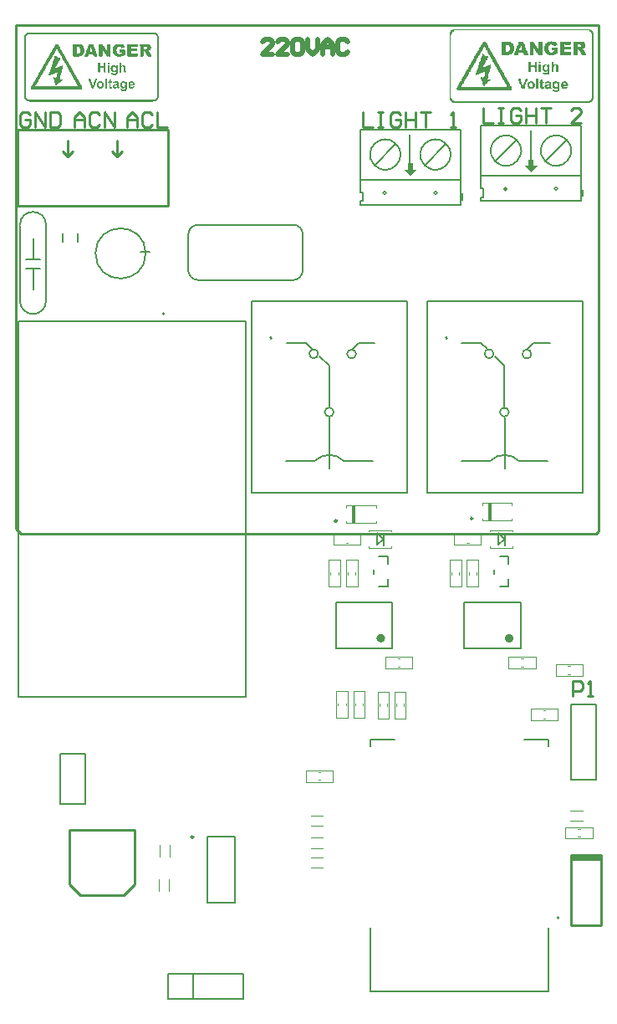
<source format=gto>
G04*
G04 #@! TF.GenerationSoftware,Altium Limited,Altium Designer,21.3.2 (30)*
G04*
G04 Layer_Color=65535*
%FSTAX24Y24*%
%MOIN*%
G70*
G04*
G04 #@! TF.SameCoordinates,FE128C83-0F67-4140-98D3-9062B7FE4468*
G04*
G04*
G04 #@! TF.FilePolarity,Positive*
G04*
G01*
G75*
%ADD10C,0.0079*%
%ADD11C,0.0070*%
%ADD12C,0.0100*%
%ADD13C,0.0098*%
%ADD14C,0.0039*%
%ADD15C,0.0040*%
%ADD16C,0.0050*%
%ADD17C,0.0197*%
%ADD18R,0.0180X0.0690*%
G36*
X00575Y038673D02*
X005762D01*
Y038661D01*
X005787D01*
Y038648D01*
X005813D01*
Y038636D01*
X005825D01*
Y038623D01*
X005838D01*
Y038611D01*
X00585D01*
Y038585D01*
X005863D01*
Y038573D01*
X005875D01*
Y038548D01*
X005888D01*
Y036083D01*
X005875D01*
Y036045D01*
X005863D01*
Y036032D01*
X00585D01*
Y036007D01*
X005838D01*
Y035995D01*
X005825D01*
Y035982D01*
X005813D01*
Y035969D01*
X005787D01*
Y035957D01*
X005775D01*
Y035944D01*
X005737D01*
Y035932D01*
X005674D01*
Y035919D01*
X000744D01*
Y035932D01*
X000681D01*
Y035944D01*
X000644D01*
Y035957D01*
X000631D01*
Y035969D01*
X000606D01*
Y035982D01*
X000593D01*
Y035995D01*
X000581D01*
Y036007D01*
X000568D01*
Y036032D01*
X000556D01*
Y036045D01*
X000543D01*
Y036083D01*
X00053D01*
Y036548D01*
Y036561D01*
Y038535D01*
X000543D01*
Y038573D01*
X000556D01*
Y038585D01*
X000568D01*
Y038611D01*
X000581D01*
Y038623D01*
X000593D01*
Y038636D01*
X000606D01*
Y038648D01*
X000631D01*
Y038661D01*
X000656D01*
Y038673D01*
X000669D01*
Y038686D01*
X00575D01*
Y038673D01*
D02*
G37*
G36*
X023088Y038801D02*
X023108D01*
Y038781D01*
X023149D01*
Y038761D01*
X023169D01*
Y038741D01*
X023189D01*
Y0387D01*
X023209D01*
Y03868D01*
X023229D01*
Y036009D01*
X023209D01*
Y035989D01*
X023189D01*
Y035949D01*
X023169D01*
Y035928D01*
X023149D01*
Y035908D01*
X023108D01*
Y035888D01*
X023088D01*
Y035868D01*
X017625D01*
Y035888D01*
X017605D01*
Y035908D01*
X017565D01*
Y035928D01*
X017544D01*
Y035949D01*
X017524D01*
Y035989D01*
X017504D01*
Y036009D01*
X017484D01*
Y03868D01*
X017504D01*
Y0387D01*
X017524D01*
Y038741D01*
X017544D01*
Y038761D01*
X017565D01*
Y038781D01*
X017605D01*
Y038801D01*
X017625D01*
Y038822D01*
X023088D01*
Y038801D01*
D02*
G37*
G36*
X020832Y033376D02*
X020982D01*
X020732Y033126D01*
X020482Y033376D01*
X020632D01*
Y033626D01*
X020832D01*
Y033376D01*
D02*
G37*
G36*
X016021Y033219D02*
X016171D01*
X015921Y032969D01*
X015671Y033219D01*
X015821D01*
Y033469D01*
X016021D01*
Y033219D01*
D02*
G37*
G36*
X019983Y014429D02*
X019744D01*
Y014664D01*
X019983D01*
Y014429D01*
D02*
G37*
G36*
X014864D02*
X014626D01*
Y014664D01*
X014864D01*
Y014429D01*
D02*
G37*
%LPC*%
G36*
X005725Y038623D02*
X000694D01*
Y038611D01*
X000681D01*
Y038598D01*
X000656D01*
Y038585D01*
X000644D01*
Y038573D01*
X000631D01*
Y038548D01*
X000618D01*
Y038535D01*
X000606D01*
Y038497D01*
X000593D01*
Y036108D01*
X000606D01*
Y036083D01*
X000618D01*
Y03607D01*
X000631D01*
Y036045D01*
X000644D01*
Y036032D01*
X000656D01*
Y03602D01*
X000681D01*
Y036007D01*
X000706D01*
Y035995D01*
X005712D01*
Y036007D01*
X005737D01*
Y03602D01*
X005762D01*
Y036032D01*
X005775D01*
Y036045D01*
X005787D01*
Y03607D01*
X0058D01*
Y036083D01*
X005813D01*
Y03612D01*
X005825D01*
Y038485D01*
X005813D01*
Y038535D01*
X0058D01*
Y038548D01*
X005787D01*
Y038573D01*
X005775D01*
Y038585D01*
X005762D01*
Y038598D01*
X005737D01*
Y038611D01*
X005725D01*
Y038623D01*
D02*
G37*
%LPD*%
G36*
X004417Y038208D02*
X004454D01*
Y038196D01*
X004479D01*
Y038183D01*
X004492D01*
Y03817D01*
X004505D01*
Y038158D01*
X004517D01*
Y038133D01*
X00453D01*
Y03812D01*
X004542D01*
Y038082D01*
X004492D01*
Y03807D01*
X004442D01*
Y038057D01*
X004404D01*
Y03807D01*
X004391D01*
Y038082D01*
X004379D01*
Y038095D01*
X004366D01*
Y038108D01*
X004266D01*
Y038095D01*
X004253D01*
Y038082D01*
X004228D01*
Y038057D01*
X004215D01*
Y038007D01*
X004203D01*
Y037931D01*
X004215D01*
Y037894D01*
X004228D01*
Y037869D01*
X00424D01*
Y037856D01*
X004253D01*
Y037843D01*
X004266D01*
Y037831D01*
X004291D01*
Y037818D01*
X004354D01*
Y037831D01*
X004366D01*
Y037843D01*
X004404D01*
Y037856D01*
X004417D01*
Y037869D01*
X004429D01*
Y037894D01*
X004341D01*
Y037906D01*
X004316D01*
Y037982D01*
X004329D01*
Y037994D01*
X004341D01*
Y038007D01*
X004542D01*
Y037994D01*
X004555D01*
Y037793D01*
X004542D01*
Y037781D01*
X004517D01*
Y037768D01*
X004505D01*
Y037755D01*
X004479D01*
Y037743D01*
X004442D01*
Y03773D01*
X004404D01*
Y037718D01*
X004228D01*
Y03773D01*
X004203D01*
Y037743D01*
X004165D01*
Y037755D01*
X004152D01*
Y037768D01*
X00414D01*
Y037781D01*
X004127D01*
Y037793D01*
X004115D01*
Y037806D01*
X004102D01*
Y037818D01*
X00409D01*
Y037843D01*
X004077D01*
Y037869D01*
X004064D01*
Y037931D01*
Y037944D01*
Y037957D01*
X004052D01*
Y037969D01*
X004064D01*
Y038082D01*
X004077D01*
Y038095D01*
X00409D01*
Y03812D01*
X004102D01*
Y038145D01*
X004115D01*
Y038158D01*
X004127D01*
Y03817D01*
X004152D01*
Y038183D01*
X004165D01*
Y038196D01*
X00419D01*
Y038208D01*
X00424D01*
Y038221D01*
X004417D01*
Y038208D01*
D02*
G37*
G36*
X003976Y03773D02*
X003964D01*
Y037718D01*
X003888D01*
Y03773D01*
X003876D01*
Y037718D01*
X003838D01*
Y03773D01*
X003825D01*
Y037743D01*
X003813D01*
Y037755D01*
X0038D01*
Y037781D01*
X003788D01*
Y037806D01*
X003775D01*
Y037818D01*
X003763D01*
Y037843D01*
X00375D01*
Y037856D01*
X003737D01*
Y037881D01*
X003725D01*
Y037894D01*
X003712D01*
Y037906D01*
X0037D01*
Y037931D01*
X003687D01*
Y037944D01*
X003675D01*
Y037969D01*
X003649D01*
Y03773D01*
X003637D01*
Y037718D01*
X003599D01*
Y03773D01*
X003587D01*
Y037718D01*
X003524D01*
Y03773D01*
X003511D01*
Y037755D01*
X003498D01*
Y037768D01*
X003511D01*
Y037781D01*
X003498D01*
Y037869D01*
X003511D01*
Y037881D01*
X003498D01*
Y037906D01*
X003511D01*
Y037919D01*
X003498D01*
Y037944D01*
X003511D01*
Y038108D01*
X003498D01*
Y038133D01*
X003511D01*
Y038158D01*
X003498D01*
Y038196D01*
X003511D01*
Y038208D01*
X003649D01*
Y038196D01*
X003662D01*
Y038183D01*
X003675D01*
Y038158D01*
X003687D01*
Y038145D01*
X0037D01*
Y038133D01*
X003712D01*
Y038108D01*
X003725D01*
Y038095D01*
X003737D01*
Y03807D01*
X00375D01*
Y038057D01*
X003763D01*
Y038045D01*
X003775D01*
Y038019D01*
X003788D01*
Y037994D01*
X0038D01*
Y037969D01*
X003825D01*
Y038196D01*
X003838D01*
Y038208D01*
X003976D01*
Y03773D01*
D02*
G37*
G36*
X005511Y038196D02*
X005523D01*
Y038183D01*
X005536D01*
Y03817D01*
X005548D01*
Y038158D01*
X005561D01*
Y038145D01*
X005574D01*
Y03812D01*
X005586D01*
Y038032D01*
X005574D01*
Y038007D01*
X005561D01*
Y037994D01*
X005548D01*
Y037982D01*
X005536D01*
Y037969D01*
X005511D01*
Y037957D01*
X005486D01*
Y037931D01*
X005498D01*
Y037919D01*
X005511D01*
Y037906D01*
X005523D01*
Y037894D01*
X005536D01*
Y037881D01*
X005548D01*
Y037843D01*
X005561D01*
Y037831D01*
X005574D01*
Y037806D01*
X005586D01*
Y037781D01*
X005599D01*
Y037768D01*
X005611D01*
Y03773D01*
X005599D01*
Y037718D01*
X005561D01*
Y03773D01*
X005548D01*
Y037718D01*
X00546D01*
Y03773D01*
X005448D01*
Y037743D01*
X005435D01*
Y037755D01*
X005423D01*
Y037793D01*
X00541D01*
Y037806D01*
X005398D01*
Y037843D01*
X005385D01*
Y037856D01*
X005372D01*
Y037881D01*
X00536D01*
Y037906D01*
X005335D01*
Y037919D01*
X005322D01*
Y037931D01*
X005309D01*
Y037919D01*
X005297D01*
Y037906D01*
X005284D01*
Y037881D01*
X005297D01*
Y037743D01*
X005284D01*
Y03773D01*
X005272D01*
Y037718D01*
X005159D01*
Y03773D01*
X005146D01*
Y037982D01*
Y037994D01*
Y038158D01*
X005133D01*
Y038196D01*
X005146D01*
Y038208D01*
X005511D01*
Y038196D01*
D02*
G37*
G36*
X005045Y03812D02*
X005033D01*
Y038108D01*
X004794D01*
Y038045D01*
X004806D01*
Y038032D01*
X005033D01*
Y037931D01*
X004806D01*
Y037919D01*
X004794D01*
Y037843D01*
X005045D01*
Y037831D01*
X005058D01*
Y03773D01*
X005033D01*
Y037718D01*
X004656D01*
Y03773D01*
X004643D01*
Y038208D01*
X005045D01*
Y03812D01*
D02*
G37*
G36*
X003285Y038158D02*
X003297D01*
Y038133D01*
X00331D01*
Y038108D01*
X003322D01*
Y038057D01*
X003335D01*
Y038045D01*
X003348D01*
Y037994D01*
X00336D01*
Y037969D01*
X003373D01*
Y037931D01*
X003385D01*
Y037894D01*
X003398D01*
Y037869D01*
X00341D01*
Y037831D01*
X003423D01*
Y037806D01*
X003436D01*
Y037755D01*
X003448D01*
Y03773D01*
X003436D01*
Y037718D01*
X003322D01*
Y03773D01*
X003297D01*
Y037743D01*
X003285D01*
Y037793D01*
X003272D01*
Y037806D01*
X003109D01*
Y037793D01*
X003096D01*
Y037768D01*
X003083D01*
Y03773D01*
X003071D01*
Y037718D01*
X002933D01*
Y037768D01*
X002945D01*
Y037806D01*
X002958D01*
Y037831D01*
X00297D01*
Y037856D01*
X002983D01*
Y037906D01*
X002995D01*
Y037919D01*
X003008D01*
Y037982D01*
X003021D01*
Y038007D01*
X003033D01*
Y038032D01*
X003046D01*
Y03807D01*
X003058D01*
Y038095D01*
X003071D01*
Y038145D01*
X003083D01*
Y038158D01*
X003096D01*
Y038196D01*
X003109D01*
Y038208D01*
X003285D01*
Y038158D01*
D02*
G37*
G36*
X002794Y038196D02*
X002819D01*
Y038183D01*
X002832D01*
Y03817D01*
X002857D01*
Y038158D01*
X00287D01*
Y038133D01*
X002882D01*
Y03812D01*
X002895D01*
Y038082D01*
X002907D01*
Y038057D01*
X00292D01*
Y037881D01*
X002907D01*
Y037869D01*
Y037843D01*
X002895D01*
Y037818D01*
X002882D01*
Y037806D01*
X00287D01*
Y037793D01*
X002857D01*
Y037781D01*
X002844D01*
Y037768D01*
X002832D01*
Y037755D01*
X002819D01*
Y037743D01*
X002769D01*
Y03773D01*
X002719D01*
Y037718D01*
X00248D01*
Y03773D01*
X002467D01*
Y038208D01*
X002794D01*
Y038196D01*
D02*
G37*
G36*
X003913Y037466D02*
X003926D01*
Y037428D01*
X003913D01*
Y037416D01*
X003901D01*
Y037403D01*
X003876D01*
Y037416D01*
X003863D01*
Y037428D01*
X003851D01*
Y037466D01*
X003863D01*
Y037479D01*
X003913D01*
Y037466D01*
D02*
G37*
G36*
X003763D02*
X003775D01*
Y037114D01*
X003763D01*
Y037089D01*
X003712D01*
Y037101D01*
X0037D01*
Y037252D01*
X003687D01*
Y037265D01*
X003561D01*
Y037252D01*
X003549D01*
Y037101D01*
X003536D01*
Y037089D01*
X003486D01*
Y037101D01*
X003473D01*
Y037365D01*
Y037378D01*
Y037479D01*
X003536D01*
Y037466D01*
X003549D01*
Y03734D01*
X003561D01*
Y037328D01*
X0037D01*
Y037466D01*
X003712D01*
Y037479D01*
X003763D01*
Y037466D01*
D02*
G37*
G36*
X004391Y037365D02*
X004404D01*
Y037353D01*
X004417D01*
Y037365D01*
X004454D01*
Y037378D01*
X004505D01*
Y037365D01*
X004542D01*
Y037353D01*
X004555D01*
Y037328D01*
X004567D01*
Y037152D01*
X00458D01*
Y037127D01*
X004567D01*
Y037101D01*
X004555D01*
Y037089D01*
X004517D01*
Y037101D01*
X004505D01*
Y037127D01*
X004492D01*
Y037152D01*
X004505D01*
Y037265D01*
X004492D01*
Y037303D01*
X004479D01*
Y037315D01*
X004467D01*
Y037328D01*
X004442D01*
Y037315D01*
X004417D01*
Y037303D01*
X004404D01*
Y037252D01*
X004391D01*
Y037101D01*
X004379D01*
Y037089D01*
X004341D01*
Y037101D01*
X004329D01*
Y037441D01*
X004316D01*
Y037454D01*
X004329D01*
Y037479D01*
X004391D01*
Y037365D01*
D02*
G37*
G36*
X003913Y037353D02*
X003926D01*
Y037114D01*
X003913D01*
Y037089D01*
X003863D01*
Y037114D01*
X003851D01*
Y03724D01*
Y037252D01*
Y037353D01*
X003863D01*
Y037365D01*
X003913D01*
Y037353D01*
D02*
G37*
G36*
X004127Y037365D02*
X004152D01*
Y037353D01*
X00419D01*
Y037365D01*
X004253D01*
Y037164D01*
Y037152D01*
Y037051D01*
X00424D01*
Y037038D01*
X004228D01*
Y037013D01*
X004215D01*
Y037001D01*
X00419D01*
Y036988D01*
X004052D01*
Y037001D01*
X004027D01*
Y037013D01*
X004014D01*
Y037026D01*
X004002D01*
Y037076D01*
X004052D01*
Y037064D01*
X004064D01*
Y037051D01*
X00409D01*
Y037038D01*
X004152D01*
Y037051D01*
X004165D01*
Y037064D01*
X004178D01*
Y037076D01*
X00419D01*
Y037101D01*
X004178D01*
Y037127D01*
X004165D01*
Y037114D01*
X00414D01*
Y037101D01*
X004102D01*
Y037089D01*
X00409D01*
Y037101D01*
X004052D01*
Y037114D01*
X004027D01*
Y037127D01*
X004014D01*
Y037139D01*
X004002D01*
Y037177D01*
X003989D01*
Y037202D01*
X003976D01*
Y037265D01*
X003989D01*
Y037303D01*
X004002D01*
Y037328D01*
X004014D01*
Y03734D01*
X004027D01*
Y037353D01*
X004039D01*
Y037365D01*
X004077D01*
Y037378D01*
X004127D01*
Y037365D01*
D02*
G37*
G36*
X004605Y036724D02*
X004618D01*
Y036712D01*
X00463D01*
Y036435D01*
X004618D01*
Y036397D01*
X004605D01*
Y036385D01*
X004593D01*
Y036372D01*
X00458D01*
Y036359D01*
X004542D01*
Y036347D01*
X004454D01*
Y036359D01*
X004404D01*
Y036372D01*
X004391D01*
Y036385D01*
X004379D01*
Y036397D01*
X004366D01*
Y036435D01*
X004379D01*
Y036447D01*
X004404D01*
Y036435D01*
X004442D01*
Y036422D01*
X004467D01*
Y03641D01*
X004479D01*
Y036397D01*
X004505D01*
Y03641D01*
X004542D01*
Y036435D01*
X004555D01*
Y036485D01*
X004517D01*
Y036473D01*
X004505D01*
Y03646D01*
X004442D01*
Y036473D01*
X004417D01*
Y036485D01*
X004404D01*
Y036498D01*
X004391D01*
Y03651D01*
X004379D01*
Y036523D01*
X004366D01*
Y036674D01*
X004379D01*
Y036699D01*
X004391D01*
Y036712D01*
X004404D01*
Y036724D01*
X004429D01*
Y036737D01*
X004517D01*
Y036724D01*
X00458D01*
Y036737D01*
X004605D01*
Y036724D01*
D02*
G37*
G36*
X003423Y036837D02*
X003436D01*
Y036812D01*
X003423D01*
Y0368D01*
Y036787D01*
X00341D01*
Y036737D01*
X003398D01*
Y036712D01*
X003385D01*
Y036686D01*
X003373D01*
Y036636D01*
X00336D01*
Y036611D01*
X003348D01*
Y036561D01*
X003335D01*
Y036548D01*
X003322D01*
Y036498D01*
X00331D01*
Y036473D01*
X003297D01*
Y03646D01*
X003222D01*
Y036485D01*
X003209D01*
Y036498D01*
X003197D01*
Y036535D01*
X003184D01*
Y036573D01*
X003171D01*
Y036598D01*
X003159D01*
Y036649D01*
X003146D01*
Y036674D01*
X003134D01*
Y036724D01*
X003121D01*
Y036749D01*
X003109D01*
Y036787D01*
X003096D01*
Y036837D01*
X003121D01*
Y03685D01*
X003146D01*
Y036837D01*
X003171D01*
Y0368D01*
X003184D01*
Y036787D01*
X003197D01*
Y036724D01*
X003209D01*
Y036699D01*
X003222D01*
Y036661D01*
X003234D01*
Y036623D01*
X003247D01*
Y036598D01*
X00326D01*
Y036586D01*
X003285D01*
Y036649D01*
X003297D01*
Y036674D01*
X00331D01*
Y036724D01*
X003322D01*
Y036762D01*
X003335D01*
Y036787D01*
X003348D01*
Y036837D01*
X003398D01*
Y03685D01*
X003423D01*
Y036837D01*
D02*
G37*
G36*
X004253Y036724D02*
X004278D01*
Y036712D01*
X004291D01*
Y036699D01*
X004303D01*
Y036523D01*
X004316D01*
Y036473D01*
X004303D01*
Y03646D01*
X004253D01*
Y036473D01*
X004203D01*
Y03646D01*
X00419D01*
Y036447D01*
X004127D01*
Y03646D01*
X004102D01*
Y036473D01*
X00409D01*
Y036485D01*
X004077D01*
Y036498D01*
X004064D01*
Y036573D01*
X004077D01*
Y036586D01*
X00409D01*
Y036598D01*
X004102D01*
Y036611D01*
X004152D01*
Y036623D01*
X00419D01*
Y036636D01*
X004228D01*
Y036674D01*
X004215D01*
Y036686D01*
X004165D01*
Y036674D01*
X00414D01*
Y036661D01*
X004077D01*
Y036699D01*
X00409D01*
Y036712D01*
X004102D01*
Y036724D01*
X004127D01*
Y036737D01*
X004253D01*
Y036724D01*
D02*
G37*
G36*
X003813Y036837D02*
X003825D01*
Y03646D01*
X003763D01*
Y036837D01*
X003788D01*
Y03685D01*
X003813D01*
Y036837D01*
D02*
G37*
G36*
X004857Y036724D02*
X004882D01*
Y036712D01*
X004894D01*
Y036699D01*
X004907D01*
Y036686D01*
X00492D01*
Y036649D01*
X004932D01*
Y036586D01*
X00492D01*
Y036573D01*
X004769D01*
Y036561D01*
X004756D01*
Y036535D01*
X004769D01*
Y036523D01*
X004781D01*
Y03651D01*
X004832D01*
Y036523D01*
X004857D01*
Y036535D01*
X004869D01*
Y036548D01*
X004907D01*
Y036535D01*
X00492D01*
Y036498D01*
X004907D01*
Y036485D01*
X004882D01*
Y036473D01*
X004869D01*
Y03646D01*
X004844D01*
Y036447D01*
X004781D01*
Y03646D01*
X004744D01*
Y036473D01*
X004731D01*
Y036485D01*
X004706D01*
Y03651D01*
X004693D01*
Y036548D01*
X004681D01*
Y036649D01*
X004693D01*
Y036661D01*
Y036674D01*
Y036686D01*
X004706D01*
Y036699D01*
X004718D01*
Y036712D01*
X004731D01*
Y036724D01*
X004756D01*
Y036737D01*
X004857D01*
Y036724D01*
D02*
G37*
G36*
X003976Y0368D02*
X003989D01*
Y036787D01*
X003976D01*
Y036749D01*
X003989D01*
Y036737D01*
X004014D01*
Y036724D01*
X004039D01*
Y036699D01*
X004027D01*
Y036686D01*
X004014D01*
Y036674D01*
X003989D01*
Y036661D01*
X003976D01*
Y036523D01*
X003989D01*
Y03651D01*
X004039D01*
Y036473D01*
X004027D01*
Y03646D01*
X004014D01*
Y036447D01*
X003951D01*
Y03646D01*
X003939D01*
Y036473D01*
X003926D01*
Y036485D01*
X003913D01*
Y036661D01*
X003901D01*
Y036674D01*
X003888D01*
Y036686D01*
X003876D01*
Y036724D01*
X003888D01*
Y036737D01*
X003913D01*
Y036787D01*
X003926D01*
Y0368D01*
X003939D01*
Y036812D01*
X003951D01*
Y036825D01*
X003976D01*
Y0368D01*
D02*
G37*
G36*
X003612Y036724D02*
X003649D01*
Y036699D01*
X003675D01*
Y036674D01*
X003687D01*
Y036649D01*
X0037D01*
Y036548D01*
X003687D01*
Y036523D01*
X003675D01*
Y036498D01*
X003662D01*
Y036485D01*
X003637D01*
Y036473D01*
X003624D01*
Y03646D01*
X003599D01*
Y036447D01*
X003524D01*
Y03646D01*
X003498D01*
Y036473D01*
X003473D01*
Y036485D01*
X003461D01*
Y036498D01*
X003448D01*
Y03651D01*
X003436D01*
Y036548D01*
X003423D01*
Y036661D01*
X003436D01*
Y036686D01*
X003448D01*
Y036699D01*
X003461D01*
Y036712D01*
X003473D01*
Y036724D01*
X003511D01*
Y036737D01*
X003612D01*
Y036724D01*
D02*
G37*
G36*
X001851Y038208D02*
X001876D01*
Y038196D01*
X001889D01*
Y03817D01*
X001901D01*
Y038145D01*
X001914D01*
Y038133D01*
X001926D01*
Y038108D01*
X001939D01*
Y038095D01*
X001952D01*
Y03807D01*
X001964D01*
Y038045D01*
X001977D01*
Y038019D01*
X001989D01*
Y037994D01*
X002002D01*
Y037982D01*
X002014D01*
Y037957D01*
X002027D01*
Y037931D01*
X00204D01*
Y037919D01*
X002052D01*
Y037881D01*
X002065D01*
Y037869D01*
X002077D01*
Y037843D01*
X00209D01*
Y037818D01*
X002102D01*
Y037806D01*
X002115D01*
Y037781D01*
X002128D01*
Y037755D01*
X00214D01*
Y03773D01*
X002153D01*
Y037718D01*
X002165D01*
Y03768D01*
X002178D01*
Y037667D01*
X002191D01*
Y037655D01*
X002203D01*
Y037617D01*
X002216D01*
Y037604D01*
X002228D01*
Y037579D01*
X002241D01*
Y037554D01*
X002253D01*
Y037529D01*
X002266D01*
Y037504D01*
X002279D01*
Y037491D01*
X002291D01*
Y037466D01*
X002304D01*
Y037454D01*
X002316D01*
Y037428D01*
X002329D01*
Y037403D01*
X002341D01*
Y037378D01*
X002354D01*
Y037353D01*
X002367D01*
Y03734D01*
X002379D01*
Y037303D01*
X002392D01*
Y03729D01*
X002404D01*
Y037265D01*
X002417D01*
Y03724D01*
X002429D01*
Y037227D01*
X002442D01*
Y037202D01*
X002455D01*
Y037189D01*
X002467D01*
Y037152D01*
X00248D01*
Y037139D01*
X002492D01*
Y037114D01*
X002505D01*
Y037089D01*
X002517D01*
Y037076D01*
X00253D01*
Y037038D01*
X002543D01*
Y037026D01*
X002555D01*
Y037001D01*
X002568D01*
Y036976D01*
X00258D01*
Y036963D01*
X002593D01*
Y036938D01*
X002606D01*
Y036913D01*
X002618D01*
Y036888D01*
X002631D01*
Y036875D01*
X002643D01*
Y03685D01*
X002656D01*
Y036825D01*
X002668D01*
Y036812D01*
X002681D01*
Y036774D01*
X002694D01*
Y036762D01*
X002706D01*
Y036737D01*
X002719D01*
Y036712D01*
X002731D01*
Y036699D01*
X002744D01*
Y036674D01*
X002756D01*
Y036649D01*
X002769D01*
Y036623D01*
X002782D01*
Y036611D01*
X002794D01*
Y036586D01*
X002807D01*
Y036561D01*
X002819D01*
Y036548D01*
X002832D01*
Y03651D01*
X002844D01*
Y036447D01*
X002832D01*
Y036422D01*
X002807D01*
Y03641D01*
X000883D01*
Y036397D01*
X000857D01*
Y03641D01*
X000832D01*
Y036422D01*
X000807D01*
Y03646D01*
X000795D01*
Y036498D01*
X000807D01*
Y036535D01*
X00082D01*
Y036548D01*
X000832D01*
Y036573D01*
X000845D01*
Y036598D01*
X000857D01*
Y036611D01*
X00087D01*
Y036636D01*
X000883D01*
Y036661D01*
X000895D01*
Y036686D01*
X000908D01*
Y036699D01*
X00092D01*
Y036724D01*
X000933D01*
Y036749D01*
X000945D01*
Y036762D01*
X000958D01*
Y0368D01*
X000971D01*
Y036812D01*
X000983D01*
Y036837D01*
X000996D01*
Y036862D01*
X001008D01*
Y036875D01*
X001021D01*
Y036913D01*
X001033D01*
Y036925D01*
X001046D01*
Y03695D01*
X001059D01*
Y036963D01*
X001071D01*
Y036988D01*
X001084D01*
Y037013D01*
X001096D01*
Y037026D01*
X001109D01*
Y037064D01*
X001121D01*
Y037076D01*
X001134D01*
Y037101D01*
X001147D01*
Y037127D01*
X001159D01*
Y037139D01*
X001172D01*
Y037177D01*
X001184D01*
Y037189D01*
X001197D01*
Y037215D01*
X00121D01*
Y037227D01*
X001222D01*
Y037252D01*
X001235D01*
Y037277D01*
X001247D01*
Y03729D01*
X00126D01*
Y037328D01*
X001272D01*
Y03734D01*
X001285D01*
Y037365D01*
X001298D01*
Y037391D01*
X00131D01*
Y037403D01*
X001323D01*
Y037428D01*
X001335D01*
Y037441D01*
X001348D01*
Y037479D01*
X00136D01*
Y037491D01*
X001373D01*
Y037516D01*
X001386D01*
Y037542D01*
X001398D01*
Y037554D01*
X001411D01*
Y037592D01*
X001423D01*
Y037604D01*
X001436D01*
Y03763D01*
X001448D01*
Y037655D01*
X001461D01*
Y037667D01*
X001474D01*
Y037692D01*
X001486D01*
Y037705D01*
X001499D01*
Y037743D01*
X001511D01*
Y037755D01*
X001524D01*
Y037781D01*
X001537D01*
Y037806D01*
X001549D01*
Y037818D01*
X001562D01*
Y037843D01*
X001574D01*
Y037869D01*
X001587D01*
Y037894D01*
X001599D01*
Y037906D01*
X001612D01*
Y037931D01*
X001625D01*
Y037957D01*
X001637D01*
Y037969D01*
X00165D01*
Y038007D01*
X001662D01*
Y038019D01*
X001675D01*
Y038045D01*
X001687D01*
Y03807D01*
X0017D01*
Y038082D01*
X001713D01*
Y038108D01*
X001725D01*
Y038133D01*
X001738D01*
Y038158D01*
X00175D01*
Y03817D01*
X001763D01*
Y038183D01*
X001775D01*
Y038208D01*
X001813D01*
Y038221D01*
X001851D01*
Y038208D01*
D02*
G37*
%LPC*%
G36*
X005347Y03812D02*
X005322D01*
Y038108D01*
X005297D01*
Y038095D01*
X005284D01*
Y038082D01*
X005297D01*
Y038057D01*
X005284D01*
Y038032D01*
X005297D01*
Y038019D01*
X005398D01*
Y038032D01*
X005423D01*
Y038108D01*
X005347D01*
Y03812D01*
D02*
G37*
G36*
X003184Y03807D02*
X003171D01*
Y038007D01*
X003159D01*
Y037969D01*
X003146D01*
Y037906D01*
X003222D01*
Y037919D01*
X003234D01*
Y037944D01*
X003222D01*
Y038007D01*
X003209D01*
Y038045D01*
X003197D01*
Y038057D01*
X003184D01*
Y03807D01*
D02*
G37*
G36*
X002694Y038108D02*
X002631D01*
Y038082D01*
X002618D01*
Y037869D01*
Y037856D01*
X002631D01*
Y037843D01*
X002731D01*
Y037856D01*
X002744D01*
Y037881D01*
X002756D01*
Y037894D01*
X002769D01*
Y038045D01*
X002756D01*
Y038057D01*
X002744D01*
Y038082D01*
X002719D01*
Y038095D01*
X002694D01*
Y038108D01*
D02*
G37*
G36*
X004127Y037328D02*
X004115D01*
Y037315D01*
X00409D01*
Y037303D01*
X004077D01*
Y03729D01*
X004064D01*
Y037252D01*
X004052D01*
Y037227D01*
X004064D01*
Y037189D01*
X004077D01*
Y037164D01*
X004102D01*
Y037152D01*
X00414D01*
Y037164D01*
X004152D01*
Y037177D01*
X004165D01*
Y037189D01*
X004178D01*
Y037277D01*
X004165D01*
Y03729D01*
Y037303D01*
X004152D01*
Y037315D01*
X004127D01*
Y037328D01*
D02*
G37*
G36*
X004517Y036686D02*
X004467D01*
Y036661D01*
X004442D01*
Y036636D01*
X004429D01*
Y036623D01*
Y036573D01*
X004442D01*
Y036548D01*
X004454D01*
Y036535D01*
X004467D01*
Y036523D01*
X004517D01*
Y036535D01*
X004542D01*
Y036561D01*
X004555D01*
Y036649D01*
X004542D01*
Y036661D01*
X00453D01*
Y036674D01*
X004517D01*
Y036686D01*
D02*
G37*
G36*
X004228Y036586D02*
X00419D01*
Y036573D01*
X004152D01*
Y036561D01*
X00414D01*
Y036548D01*
X004127D01*
Y036535D01*
X00414D01*
Y036523D01*
X004152D01*
Y03651D01*
X004203D01*
Y036523D01*
X004228D01*
Y036561D01*
X00424D01*
Y036573D01*
X004228D01*
Y036586D01*
D02*
G37*
G36*
X004832Y036686D02*
X004781D01*
Y036674D01*
X004769D01*
Y036649D01*
X004756D01*
Y036636D01*
X004769D01*
Y036623D01*
X004857D01*
Y036661D01*
X004844D01*
Y036674D01*
X004832D01*
Y036686D01*
D02*
G37*
G36*
X003574D02*
X003536D01*
Y036674D01*
X003524D01*
Y036661D01*
X003511D01*
Y036649D01*
X003498D01*
Y036548D01*
X003511D01*
Y036535D01*
X003524D01*
Y036523D01*
X003536D01*
Y03651D01*
X003587D01*
Y036523D01*
X003599D01*
Y036535D01*
X003612D01*
Y036561D01*
X003624D01*
Y036636D01*
X003612D01*
Y036661D01*
X003599D01*
Y036674D01*
X003574D01*
Y036686D01*
D02*
G37*
G36*
X001838Y038019D02*
X001813D01*
Y038007D01*
X001801D01*
Y037982D01*
X001788D01*
Y037957D01*
X001775D01*
Y037931D01*
X001763D01*
Y037919D01*
X00175D01*
Y037894D01*
X001738D01*
Y037869D01*
X001725D01*
Y037856D01*
X001713D01*
Y037818D01*
X0017D01*
Y037806D01*
X001687D01*
Y037781D01*
X001675D01*
Y037768D01*
X001662D01*
Y03773D01*
X00165D01*
Y037718D01*
X001637D01*
Y037705D01*
X001625D01*
Y037667D01*
X001612D01*
Y037655D01*
X001599D01*
Y03763D01*
X001587D01*
Y037604D01*
X001574D01*
Y037592D01*
X001562D01*
Y037567D01*
X001549D01*
Y037542D01*
X001537D01*
Y037516D01*
X001524D01*
Y037504D01*
X001511D01*
Y037479D01*
X001499D01*
Y037454D01*
X001486D01*
Y037441D01*
X001474D01*
Y037403D01*
X001461D01*
Y037391D01*
X001448D01*
Y037365D01*
X001436D01*
Y03734D01*
X001423D01*
Y037328D01*
X001411D01*
Y037303D01*
X001398D01*
Y03729D01*
X001386D01*
Y037252D01*
X001373D01*
Y03724D01*
X00136D01*
Y037215D01*
X001348D01*
Y037189D01*
X001335D01*
Y037177D01*
X001323D01*
Y037139D01*
X00131D01*
Y037127D01*
X001298D01*
Y037101D01*
X001285D01*
Y037076D01*
X001272D01*
Y037064D01*
X00126D01*
Y037038D01*
X001247D01*
Y037026D01*
X001235D01*
Y036988D01*
X001222D01*
Y036976D01*
X00121D01*
Y03695D01*
X001197D01*
Y036925D01*
X001184D01*
Y036913D01*
X001172D01*
Y036875D01*
X001159D01*
Y036862D01*
X001147D01*
Y036837D01*
X001134D01*
Y036825D01*
X001121D01*
Y0368D01*
X001109D01*
Y036774D01*
X001096D01*
Y036762D01*
X001084D01*
Y036724D01*
X001071D01*
Y036712D01*
X001059D01*
Y036686D01*
X001046D01*
Y036661D01*
X001033D01*
Y036649D01*
X001021D01*
Y036623D01*
X001008D01*
Y036598D01*
X000996D01*
Y036573D01*
X000983D01*
Y036561D01*
X000971D01*
Y036535D01*
X002668D01*
Y036561D01*
X002656D01*
Y036586D01*
X002643D01*
Y036611D01*
X002631D01*
Y036623D01*
X002618D01*
Y036649D01*
X002606D01*
Y036674D01*
X002593D01*
Y036699D01*
X00258D01*
Y036712D01*
X002568D01*
Y036724D01*
X002555D01*
Y036762D01*
X002543D01*
Y036774D01*
X00253D01*
Y036812D01*
X002517D01*
Y036825D01*
X002505D01*
Y03685D01*
X002492D01*
Y036875D01*
X00248D01*
Y036888D01*
X002467D01*
Y036925D01*
X002455D01*
Y036938D01*
X002442D01*
Y036963D01*
X002429D01*
Y036988D01*
X002417D01*
Y037001D01*
X002404D01*
Y037038D01*
X002392D01*
Y037051D01*
X002379D01*
Y037076D01*
X002367D01*
Y037089D01*
X002354D01*
Y037114D01*
X002341D01*
Y037139D01*
X002329D01*
Y037152D01*
X002316D01*
Y037189D01*
X002304D01*
Y037202D01*
X002291D01*
Y037227D01*
X002279D01*
Y037252D01*
X002266D01*
Y037265D01*
X002253D01*
Y037303D01*
X002241D01*
Y037315D01*
X002228D01*
Y037353D01*
X002216D01*
Y037365D01*
X002203D01*
Y037391D01*
X002191D01*
Y037416D01*
X002178D01*
Y037428D01*
X002165D01*
Y037454D01*
X002153D01*
Y037466D01*
X00214D01*
Y037504D01*
X002128D01*
Y037516D01*
X002115D01*
Y037542D01*
X002102D01*
Y037567D01*
X00209D01*
Y037579D01*
X002077D01*
Y037617D01*
X002065D01*
Y03763D01*
X002052D01*
Y037655D01*
X00204D01*
Y03768D01*
X002027D01*
Y037692D01*
X002014D01*
Y03773D01*
X002002D01*
Y037743D01*
X001989D01*
Y037768D01*
X001977D01*
Y037793D01*
X001964D01*
Y037806D01*
X001952D01*
Y037831D01*
X001939D01*
Y037843D01*
X001926D01*
Y037881D01*
X001914D01*
Y037894D01*
X001901D01*
Y037919D01*
X001889D01*
Y037944D01*
X001876D01*
Y037957D01*
X001864D01*
Y037994D01*
X001851D01*
Y038007D01*
X001838D01*
Y038019D01*
D02*
G37*
%LPD*%
G36*
X001775Y037755D02*
X001801D01*
Y037743D01*
X001813D01*
Y03773D01*
X001826D01*
Y037718D01*
X001838D01*
Y037705D01*
X001851D01*
Y037692D01*
X001977D01*
Y037642D01*
X001964D01*
Y037617D01*
X001952D01*
Y037592D01*
X001939D01*
Y037579D01*
X001926D01*
Y037542D01*
X001914D01*
Y037529D01*
X001901D01*
Y037504D01*
X001889D01*
Y037479D01*
X001876D01*
Y037466D01*
X001864D01*
Y037441D01*
X001851D01*
Y037416D01*
X001838D01*
Y037391D01*
X001826D01*
Y037378D01*
X001813D01*
Y03734D01*
X001801D01*
Y037315D01*
X001775D01*
Y037265D01*
X001813D01*
Y037277D01*
X001851D01*
Y03729D01*
X001864D01*
Y037303D01*
X001914D01*
Y037315D01*
X001939D01*
Y037328D01*
X001989D01*
Y03734D01*
X002002D01*
Y037353D01*
X002027D01*
Y037365D01*
X002077D01*
Y037315D01*
X002065D01*
Y037277D01*
X002052D01*
Y037202D01*
X00204D01*
Y037177D01*
X002027D01*
Y037127D01*
X002014D01*
Y037076D01*
X002002D01*
Y037038D01*
X001989D01*
Y036963D01*
X001977D01*
Y036938D01*
X001964D01*
Y036875D01*
X001952D01*
Y036825D01*
X001977D01*
Y036812D01*
X002065D01*
Y036787D01*
X002052D01*
Y036774D01*
X002027D01*
Y036762D01*
X002014D01*
Y036749D01*
X002002D01*
Y036737D01*
X001989D01*
Y036724D01*
X001977D01*
Y036712D01*
X001964D01*
Y036699D01*
X001952D01*
Y036686D01*
X001939D01*
Y036674D01*
X001926D01*
Y036661D01*
X001901D01*
Y036636D01*
X001876D01*
Y036623D01*
X001864D01*
Y036611D01*
X001851D01*
Y036598D01*
X001838D01*
Y036586D01*
X001826D01*
Y036573D01*
X001813D01*
Y036561D01*
X001801D01*
Y036548D01*
X001788D01*
Y036561D01*
X001775D01*
Y036586D01*
Y036598D01*
Y036611D01*
X001763D01*
Y036636D01*
X00175D01*
Y036674D01*
X001738D01*
Y036737D01*
X001725D01*
Y036762D01*
X001713D01*
Y036825D01*
X0017D01*
Y036862D01*
X001687D01*
Y036913D01*
X001713D01*
Y0369D01*
X001725D01*
Y036888D01*
X001738D01*
Y036875D01*
X001775D01*
Y036862D01*
X001801D01*
Y036913D01*
X001813D01*
Y03695D01*
X001826D01*
Y037001D01*
X001838D01*
Y037051D01*
X001851D01*
Y037089D01*
X001813D01*
Y037076D01*
X001788D01*
Y037064D01*
X001763D01*
Y037051D01*
X001713D01*
Y037038D01*
X0017D01*
Y037026D01*
X00165D01*
Y037013D01*
X001625D01*
Y037001D01*
X001599D01*
Y036988D01*
X001549D01*
Y036976D01*
X001537D01*
Y036963D01*
X001499D01*
Y037013D01*
X001511D01*
Y037038D01*
X001524D01*
Y037076D01*
X001537D01*
Y037114D01*
X001549D01*
Y037139D01*
X001562D01*
Y037202D01*
X001574D01*
Y037227D01*
X001587D01*
Y037277D01*
X001599D01*
Y037303D01*
X001612D01*
Y03734D01*
X001625D01*
Y037391D01*
X001637D01*
Y037416D01*
X00165D01*
Y037479D01*
X001662D01*
Y037491D01*
X001675D01*
Y037542D01*
X001687D01*
Y037579D01*
X0017D01*
Y037604D01*
X001713D01*
Y037667D01*
X001725D01*
Y03768D01*
X001738D01*
Y03773D01*
X00175D01*
Y037768D01*
X001775D01*
Y037755D01*
D02*
G37*
%LPC*%
G36*
X023047Y038761D02*
X017666D01*
Y038741D01*
X017645D01*
Y03872D01*
X017605D01*
Y0387D01*
X017585D01*
Y03866D01*
X017565D01*
Y038579D01*
X017544D01*
Y03609D01*
X017565D01*
Y03603D01*
X017585D01*
Y035989D01*
X017605D01*
Y035969D01*
X017645D01*
Y035949D01*
X017686D01*
Y035928D01*
X023027D01*
Y035949D01*
X023068D01*
Y035969D01*
X023108D01*
Y035989D01*
X023128D01*
Y03603D01*
X023149D01*
Y036111D01*
X023169D01*
Y038579D01*
X023149D01*
Y03866D01*
X023128D01*
Y0387D01*
X023108D01*
Y03872D01*
X023068D01*
Y038741D01*
X023047D01*
Y038761D01*
D02*
G37*
%LPD*%
G36*
X022319Y038235D02*
Y038215D01*
X022299D01*
Y038194D01*
X022096D01*
Y038215D01*
X022076D01*
Y038194D01*
X022056D01*
Y038134D01*
X022076D01*
Y038114D01*
X022319D01*
Y038012D01*
X022056D01*
Y037911D01*
X022339D01*
Y03779D01*
X021894D01*
Y038316D01*
X022319D01*
Y038235D01*
D02*
G37*
G36*
X02157Y038316D02*
X021692D01*
Y038296D01*
X021712D01*
Y038275D01*
X021753D01*
Y038235D01*
X021773D01*
Y038215D01*
X021793D01*
Y038174D01*
X021712D01*
Y038154D01*
X021631D01*
Y038174D01*
X021611D01*
Y038194D01*
X02157D01*
Y038215D01*
X02151D01*
Y038194D01*
X021469D01*
Y038174D01*
X021449D01*
Y038134D01*
X021429D01*
Y037972D01*
X021449D01*
Y037931D01*
X021469D01*
Y037911D01*
X02151D01*
Y037891D01*
X021591D01*
Y037911D01*
X021631D01*
Y037931D01*
X021651D01*
Y037952D01*
X021672D01*
Y037972D01*
X02157D01*
Y037992D01*
X02155D01*
Y038073D01*
X02157D01*
Y038093D01*
X021793D01*
Y03785D01*
X021753D01*
Y03783D01*
X021732D01*
Y03781D01*
X021672D01*
Y03779D01*
X021429D01*
Y03781D01*
X021368D01*
Y03783D01*
X021348D01*
Y03785D01*
X021328D01*
Y037871D01*
X021307D01*
Y037911D01*
X021287D01*
Y037952D01*
X021267D01*
Y038154D01*
X021287D01*
Y038194D01*
X021307D01*
Y038235D01*
X021328D01*
Y038255D01*
X021348D01*
Y038275D01*
X021388D01*
Y038296D01*
X021409D01*
Y038316D01*
X02153D01*
Y038336D01*
X02157D01*
Y038316D01*
D02*
G37*
G36*
X021186Y038296D02*
Y038275D01*
Y03779D01*
X021024D01*
Y03781D01*
X021004D01*
Y03783D01*
X020984D01*
Y037871D01*
X020963D01*
Y037891D01*
X020943D01*
Y037911D01*
X020923D01*
Y037952D01*
X020903D01*
Y037972D01*
X020883D01*
Y038012D01*
X020862D01*
Y038053D01*
X020822D01*
Y03779D01*
X02068D01*
Y038316D01*
X020822D01*
Y038296D01*
X020842D01*
Y038275D01*
X020862D01*
Y038255D01*
X020883D01*
Y038215D01*
X020903D01*
Y038194D01*
X020923D01*
Y038154D01*
X020943D01*
Y038134D01*
X020963D01*
Y038093D01*
X020984D01*
Y038053D01*
X021024D01*
Y038316D01*
X021186D01*
Y038296D01*
D02*
G37*
G36*
X022825D02*
X022845D01*
Y038275D01*
X022865D01*
Y038255D01*
X022885D01*
Y038235D01*
X022906D01*
Y038114D01*
X022885D01*
Y038093D01*
X022865D01*
Y038073D01*
X022845D01*
Y038053D01*
X022825D01*
Y038033D01*
X022805D01*
Y038012D01*
X022825D01*
Y037992D01*
X022845D01*
Y037952D01*
X022865D01*
Y037911D01*
X022885D01*
Y037891D01*
X022906D01*
Y03785D01*
X022926D01*
Y03779D01*
X022764D01*
Y03781D01*
X022744D01*
Y03783D01*
X022724D01*
Y037871D01*
X022703D01*
Y037911D01*
X022683D01*
Y037952D01*
X022663D01*
Y037972D01*
X022643D01*
Y037992D01*
X022622D01*
Y038012D01*
X022602D01*
Y037992D01*
X022582D01*
Y03779D01*
X02244D01*
Y03781D01*
X02242D01*
Y038235D01*
Y038255D01*
Y038296D01*
X02244D01*
Y038316D01*
X022825D01*
Y038296D01*
D02*
G37*
G36*
X020437Y038255D02*
X020458D01*
Y038215D01*
X020478D01*
Y038154D01*
X020498D01*
Y038093D01*
X020518D01*
Y038053D01*
X020539D01*
Y037972D01*
X020559D01*
Y037931D01*
X020579D01*
Y037891D01*
X020599D01*
Y03783D01*
X02062D01*
Y03779D01*
X020458D01*
Y03781D01*
X020437D01*
Y037871D01*
X020235D01*
Y03783D01*
X020215D01*
Y03779D01*
X020053D01*
Y03783D01*
X020073D01*
Y037891D01*
X020094D01*
Y037931D01*
X020114D01*
Y037992D01*
X020134D01*
Y038053D01*
X020154D01*
Y038093D01*
X020174D01*
Y038114D01*
Y038154D01*
X020195D01*
Y038194D01*
X020215D01*
Y038255D01*
X020235D01*
Y038296D01*
X020255D01*
Y038316D01*
X020437D01*
Y038255D01*
D02*
G37*
G36*
X019911Y038296D02*
X019932D01*
Y038275D01*
X019972D01*
Y038255D01*
X019992D01*
Y038235D01*
X020013D01*
Y038194D01*
X020033D01*
Y038134D01*
X020053D01*
Y037952D01*
X020033D01*
Y037911D01*
X020013D01*
Y037871D01*
X019992D01*
Y03785D01*
X019972D01*
Y03783D01*
X019952D01*
Y03781D01*
X019871D01*
Y03779D01*
X019567D01*
Y038134D01*
Y038154D01*
Y038316D01*
X019911D01*
Y038296D01*
D02*
G37*
G36*
X021125Y037466D02*
X021105D01*
Y037446D01*
X021065D01*
Y037466D01*
X021044D01*
Y037486D01*
Y037527D01*
X021125D01*
Y037466D01*
D02*
G37*
G36*
X020963Y037122D02*
X020943D01*
Y037102D01*
X020903D01*
Y037122D01*
X020883D01*
Y037284D01*
X020862D01*
Y037304D01*
X020802D01*
Y037284D01*
X020781D01*
Y037304D01*
X020741D01*
Y037284D01*
X020721D01*
Y037122D01*
X02064D01*
Y037527D01*
X020721D01*
Y037365D01*
X020883D01*
Y037527D01*
X020963D01*
Y037122D01*
D02*
G37*
G36*
X021631Y037405D02*
X021692D01*
Y037426D01*
X021732D01*
Y037405D01*
X021793D01*
Y037365D01*
X021813D01*
Y037122D01*
X021732D01*
Y037345D01*
X021712D01*
Y037365D01*
X021672D01*
Y037345D01*
X021651D01*
Y037324D01*
X021631D01*
Y037122D01*
X02155D01*
Y037527D01*
X021631D01*
Y037405D01*
D02*
G37*
G36*
X021125Y037122D02*
X021105D01*
Y037102D01*
X021065D01*
Y037122D01*
X021044D01*
Y037365D01*
Y037385D01*
Y037405D01*
X021125D01*
Y037122D01*
D02*
G37*
G36*
X021328Y037405D02*
X021368D01*
Y037385D01*
X021409D01*
Y037405D01*
X021469D01*
Y037061D01*
X021449D01*
Y037021D01*
X021429D01*
Y037001D01*
X021247D01*
Y037021D01*
X021226D01*
Y037041D01*
X021206D01*
Y037082D01*
X021287D01*
Y037061D01*
X021368D01*
Y037082D01*
X021388D01*
Y037102D01*
X021409D01*
Y037142D01*
X021368D01*
Y037122D01*
X021267D01*
Y037142D01*
X021226D01*
Y037163D01*
X021206D01*
Y037203D01*
X021186D01*
Y037324D01*
X021206D01*
Y037365D01*
X021226D01*
Y037385D01*
X021247D01*
Y037405D01*
X021287D01*
Y037426D01*
X021328D01*
Y037405D01*
D02*
G37*
G36*
X020599Y036798D02*
X020579D01*
Y036778D01*
Y036758D01*
X020559D01*
Y036697D01*
X020539D01*
Y036637D01*
X020518D01*
Y036596D01*
X020498D01*
Y036535D01*
X020478D01*
Y036455D01*
X020458D01*
Y036434D01*
X020377D01*
Y036455D01*
X020357D01*
Y036475D01*
X020336D01*
Y036556D01*
X020316D01*
Y036596D01*
X020296D01*
Y036657D01*
X020276D01*
Y036738D01*
X020255D01*
Y036758D01*
X020235D01*
Y036839D01*
X020316D01*
Y036798D01*
X020336D01*
Y036718D01*
X020357D01*
Y036697D01*
X020377D01*
Y036616D01*
X020397D01*
Y036576D01*
X020437D01*
Y036657D01*
X020458D01*
Y036697D01*
X020478D01*
Y036758D01*
X020498D01*
Y036819D01*
X020518D01*
Y036839D01*
X020599D01*
Y036798D01*
D02*
G37*
G36*
X022117Y036718D02*
X022157D01*
Y036697D01*
X022177D01*
Y036677D01*
X022198D01*
Y036596D01*
X022218D01*
Y036576D01*
X022198D01*
Y036556D01*
X022016D01*
Y036515D01*
X022036D01*
Y036495D01*
X022117D01*
Y036515D01*
X022198D01*
Y036475D01*
X022177D01*
Y036455D01*
X022137D01*
Y036434D01*
X021995D01*
Y036455D01*
X021975D01*
Y036475D01*
X021955D01*
Y036515D01*
X021935D01*
Y036637D01*
X021955D01*
Y036677D01*
X021975D01*
Y036697D01*
X021995D01*
Y036718D01*
X022036D01*
Y036738D01*
X022117D01*
Y036718D01*
D02*
G37*
G36*
X021469D02*
X02151D01*
Y036697D01*
X02153D01*
Y036475D01*
X02155D01*
Y036455D01*
X02153D01*
Y036434D01*
X021469D01*
Y036455D01*
X021429D01*
Y036434D01*
X021388D01*
Y036414D01*
X021368D01*
Y036434D01*
X021307D01*
Y036455D01*
X021287D01*
Y036495D01*
X021267D01*
Y036535D01*
X021287D01*
Y036576D01*
X021307D01*
Y036596D01*
X021388D01*
Y036616D01*
X021449D01*
Y036677D01*
X021368D01*
Y036657D01*
X021328D01*
Y036637D01*
X021307D01*
Y036657D01*
X021287D01*
Y036697D01*
X021307D01*
Y036718D01*
X021348D01*
Y036738D01*
X021469D01*
Y036718D01*
D02*
G37*
G36*
X021024Y036434D02*
X020963D01*
Y036455D01*
X020943D01*
Y036718D01*
Y036738D01*
Y036839D01*
X021024D01*
Y036434D01*
D02*
G37*
G36*
X020781Y036718D02*
X020822D01*
Y036697D01*
X020842D01*
Y036677D01*
X020862D01*
Y036637D01*
X020883D01*
Y036515D01*
X020862D01*
Y036475D01*
X020842D01*
Y036455D01*
X020802D01*
Y036434D01*
X02066D01*
Y036455D01*
X02064D01*
Y036475D01*
X02062D01*
Y036495D01*
X020599D01*
Y036535D01*
X020579D01*
Y036637D01*
X020599D01*
Y036677D01*
X02062D01*
Y036697D01*
X02064D01*
Y036718D01*
X02068D01*
Y036738D01*
X020781D01*
Y036718D01*
D02*
G37*
G36*
X021186Y036738D02*
X021206D01*
Y036718D01*
X021247D01*
Y036677D01*
X021206D01*
Y036657D01*
X021186D01*
Y036495D01*
X021247D01*
Y036434D01*
X021186D01*
Y036414D01*
X021166D01*
Y036434D01*
X021125D01*
Y036475D01*
X021105D01*
Y036657D01*
X021085D01*
Y036677D01*
X021065D01*
Y036718D01*
X021105D01*
Y036778D01*
X021125D01*
Y036798D01*
X021146D01*
Y036819D01*
X021186D01*
Y036738D01*
D02*
G37*
G36*
X021753Y036718D02*
X021874D01*
Y036374D01*
X021854D01*
Y036353D01*
X021833D01*
Y036333D01*
X021793D01*
Y036313D01*
X021672D01*
Y036333D01*
X021631D01*
Y036353D01*
X021611D01*
Y036374D01*
X021591D01*
Y036394D01*
X021611D01*
Y036414D01*
X021672D01*
Y036394D01*
X021712D01*
Y036374D01*
X021773D01*
Y036394D01*
X021793D01*
Y036455D01*
X021753D01*
Y036434D01*
X021672D01*
Y036455D01*
X021631D01*
Y036475D01*
X021611D01*
Y036515D01*
X021591D01*
Y036535D01*
Y036657D01*
X021611D01*
Y036697D01*
X021631D01*
Y036718D01*
X021672D01*
Y036738D01*
X021753D01*
Y036718D01*
D02*
G37*
G36*
X01892Y038296D02*
X01894D01*
Y038275D01*
X018961D01*
Y038235D01*
X018981D01*
Y038194D01*
X019001D01*
Y038174D01*
X019021D01*
Y038134D01*
X019041D01*
Y038093D01*
X019062D01*
Y038053D01*
X019082D01*
Y038012D01*
X019102D01*
Y037972D01*
X019122D01*
Y037952D01*
X019143D01*
Y037911D01*
X019163D01*
Y037891D01*
X019183D01*
Y03785D01*
X019203D01*
Y03781D01*
X019224D01*
Y03777D01*
X019244D01*
Y037729D01*
X019264D01*
Y037709D01*
X019284D01*
Y037668D01*
X019304D01*
Y037628D01*
X019325D01*
Y037587D01*
X019345D01*
Y037547D01*
X019365D01*
Y037507D01*
X019385D01*
Y037486D01*
X019406D01*
Y037446D01*
X019426D01*
Y037426D01*
X019446D01*
Y037385D01*
X019466D01*
Y037345D01*
X019487D01*
Y037304D01*
X019507D01*
Y037264D01*
X019527D01*
Y037223D01*
X019547D01*
Y037203D01*
X019567D01*
Y037163D01*
X019588D01*
Y037122D01*
X019608D01*
Y037102D01*
X019628D01*
Y037061D01*
X019648D01*
Y037021D01*
X019669D01*
Y036981D01*
X019689D01*
Y03694D01*
X019709D01*
Y03692D01*
X019729D01*
Y036879D01*
X01975D01*
Y036839D01*
X01977D01*
Y036819D01*
X01979D01*
Y036778D01*
X01981D01*
Y036738D01*
X01983D01*
Y036697D01*
X019851D01*
Y036657D01*
X019871D01*
Y036637D01*
X019891D01*
Y036596D01*
X019911D01*
Y036556D01*
X019932D01*
Y036535D01*
X019952D01*
Y036475D01*
X019972D01*
Y036434D01*
X019952D01*
Y036394D01*
X019911D01*
Y036374D01*
X017807D01*
Y036394D01*
X017787D01*
Y036414D01*
X017767D01*
Y036475D01*
X017787D01*
Y036535D01*
X017807D01*
Y036556D01*
X017828D01*
Y036596D01*
X017848D01*
Y036637D01*
X017868D01*
Y036677D01*
X017888D01*
Y036697D01*
X017908D01*
Y036738D01*
X017929D01*
Y036758D01*
X017949D01*
Y036819D01*
X017969D01*
Y036839D01*
X017989D01*
Y036879D01*
X01801D01*
Y03692D01*
X01803D01*
Y03694D01*
X01805D01*
Y036981D01*
X01807D01*
Y037021D01*
X018091D01*
Y037061D01*
X018111D01*
Y037082D01*
X018131D01*
Y037142D01*
X018151D01*
Y037163D01*
X018171D01*
Y037203D01*
X018192D01*
Y037223D01*
X018212D01*
Y037264D01*
X018232D01*
Y037304D01*
X018252D01*
Y037345D01*
X018273D01*
Y037365D01*
X018293D01*
Y037405D01*
X018313D01*
Y037446D01*
X018333D01*
Y037486D01*
X018354D01*
Y037507D01*
X018374D01*
Y037547D01*
X018394D01*
Y037587D01*
X018414D01*
Y037608D01*
X018434D01*
Y037648D01*
X018455D01*
Y037689D01*
X018475D01*
Y037729D01*
X018495D01*
Y03777D01*
X018515D01*
Y03781D01*
X018536D01*
Y03783D01*
X018556D01*
Y037871D01*
X018576D01*
Y037891D01*
X018596D01*
Y037931D01*
X018617D01*
Y037972D01*
X018637D01*
Y037992D01*
X018657D01*
Y038053D01*
X018677D01*
Y038073D01*
X018698D01*
Y038114D01*
X018718D01*
Y038154D01*
X018738D01*
Y038174D01*
X018758D01*
Y038215D01*
X018778D01*
Y038255D01*
X018799D01*
Y038275D01*
X018819D01*
Y038296D01*
X018839D01*
Y038316D01*
X01892D01*
Y038296D01*
D02*
G37*
%LPC*%
G36*
X022683Y038215D02*
X022602D01*
Y038194D01*
X022582D01*
Y038114D01*
X022724D01*
Y038154D01*
X022744D01*
Y038174D01*
X022724D01*
Y038194D01*
X022683D01*
Y038215D01*
D02*
G37*
G36*
X020336Y038154D02*
X020316D01*
Y038073D01*
X020296D01*
Y038033D01*
X020276D01*
Y037992D01*
X020377D01*
Y038073D01*
X020357D01*
Y038134D01*
X020336D01*
Y038154D01*
D02*
G37*
G36*
X01983Y038194D02*
X019729D01*
Y037911D01*
X01983D01*
Y037931D01*
X019851D01*
Y037952D01*
X019871D01*
Y037972D01*
X019891D01*
Y038012D01*
Y038033D01*
Y038114D01*
X019871D01*
Y038154D01*
X019851D01*
Y038174D01*
X01983D01*
Y038194D01*
D02*
G37*
G36*
X021348Y037365D02*
X021307D01*
Y037345D01*
X021287D01*
Y037304D01*
X021267D01*
Y037223D01*
X021287D01*
Y037183D01*
X021368D01*
Y037203D01*
X021388D01*
Y037244D01*
X021409D01*
Y037304D01*
X021388D01*
Y037324D01*
X021368D01*
Y037345D01*
X021348D01*
Y037365D01*
D02*
G37*
G36*
X022096Y036677D02*
X022036D01*
Y036657D01*
X022016D01*
Y036616D01*
X022036D01*
Y036596D01*
X022056D01*
Y036616D01*
X022076D01*
Y036596D01*
X022096D01*
Y036616D01*
X022117D01*
Y036657D01*
X022096D01*
Y036677D01*
D02*
G37*
G36*
X021449Y036576D02*
X021409D01*
Y036556D01*
X021368D01*
Y036535D01*
X021348D01*
Y036495D01*
X021388D01*
Y036475D01*
X021409D01*
Y036495D01*
X021449D01*
Y036576D01*
D02*
G37*
G36*
X020761Y036677D02*
X0207D01*
Y036657D01*
X02068D01*
Y036637D01*
X02066D01*
Y036535D01*
X02068D01*
Y036515D01*
X0207D01*
Y036495D01*
X020781D01*
Y036535D01*
X020802D01*
Y036637D01*
X020781D01*
Y036657D01*
X020761D01*
Y036677D01*
D02*
G37*
G36*
X021773D02*
X021712D01*
Y036657D01*
X021692D01*
Y036637D01*
X021672D01*
Y036535D01*
X021692D01*
Y036515D01*
X021712D01*
Y036495D01*
X021753D01*
Y036515D01*
X021793D01*
Y036657D01*
X021773D01*
Y036677D01*
D02*
G37*
G36*
X01888Y038114D02*
X018859D01*
Y038073D01*
X018839D01*
Y038053D01*
X018819D01*
Y038012D01*
X018799D01*
Y037972D01*
X018778D01*
Y037952D01*
X018758D01*
Y037911D01*
X018738D01*
Y037871D01*
X018718D01*
Y03783D01*
X018698D01*
Y03779D01*
X018677D01*
Y03777D01*
X018657D01*
Y037729D01*
X018637D01*
Y037689D01*
X018617D01*
Y037668D01*
X018596D01*
Y037628D01*
X018576D01*
Y037587D01*
X018556D01*
Y037547D01*
X018536D01*
Y037507D01*
X018515D01*
Y037486D01*
X018495D01*
Y037446D01*
X018475D01*
Y037405D01*
X018455D01*
Y037385D01*
X018434D01*
Y037345D01*
X018414D01*
Y037304D01*
X018394D01*
Y037264D01*
X018374D01*
Y037223D01*
X018354D01*
Y037203D01*
X018333D01*
Y037163D01*
X018313D01*
Y037122D01*
X018293D01*
Y037102D01*
X018273D01*
Y037061D01*
X018252D01*
Y037021D01*
X018232D01*
Y037001D01*
X018212D01*
Y03694D01*
X018192D01*
Y03692D01*
X018171D01*
Y036879D01*
X018151D01*
Y036859D01*
X018131D01*
Y036819D01*
X018111D01*
Y036778D01*
X018091D01*
Y036738D01*
X01807D01*
Y036697D01*
X01805D01*
Y036657D01*
X01803D01*
Y036637D01*
X01801D01*
Y036596D01*
X017989D01*
Y036576D01*
X017969D01*
Y036535D01*
X017949D01*
Y036515D01*
X01977D01*
Y036556D01*
X01975D01*
Y036596D01*
X019729D01*
Y036637D01*
X019709D01*
Y036657D01*
X019689D01*
Y036697D01*
X019669D01*
Y036738D01*
X019648D01*
Y036778D01*
X019628D01*
Y036819D01*
X019608D01*
Y036839D01*
X019588D01*
Y036879D01*
X019567D01*
Y03692D01*
X019547D01*
Y03694D01*
X019527D01*
Y037001D01*
X019507D01*
Y037021D01*
X019487D01*
Y037061D01*
X019466D01*
Y037102D01*
X019446D01*
Y037122D01*
X019426D01*
Y037163D01*
X019406D01*
Y037203D01*
X019385D01*
Y037244D01*
X019365D01*
Y037284D01*
X019345D01*
Y037304D01*
X019325D01*
Y037345D01*
X019304D01*
Y037385D01*
X019284D01*
Y037426D01*
X019264D01*
Y037466D01*
X019244D01*
Y037507D01*
X019224D01*
Y037527D01*
X019203D01*
Y037567D01*
X019183D01*
Y037608D01*
X019163D01*
Y037628D01*
X019143D01*
Y037668D01*
X019122D01*
Y037709D01*
X019102D01*
Y037749D01*
X019082D01*
Y03779D01*
X019062D01*
Y03781D01*
X019041D01*
Y03785D01*
X019021D01*
Y037891D01*
X019001D01*
Y037911D01*
X018981D01*
Y037972D01*
X018961D01*
Y037992D01*
X01894D01*
Y038033D01*
X01892D01*
Y038073D01*
X0189D01*
Y038093D01*
X01888D01*
Y038114D01*
D02*
G37*
%LPD*%
G36*
X018839Y03781D02*
X018859D01*
Y03779D01*
X01888D01*
Y03777D01*
X0189D01*
Y037749D01*
X019041D01*
Y037709D01*
X019021D01*
Y037668D01*
X019001D01*
Y037648D01*
X018981D01*
Y037587D01*
X018961D01*
Y037567D01*
X01894D01*
Y037527D01*
X01892D01*
Y037486D01*
X0189D01*
Y037466D01*
X01888D01*
Y037426D01*
X018859D01*
Y037365D01*
X018839D01*
Y037345D01*
X018819D01*
Y037304D01*
X0189D01*
Y037324D01*
X01894D01*
Y037345D01*
X018981D01*
Y037365D01*
X019062D01*
Y037385D01*
X019082D01*
Y037405D01*
X019143D01*
Y037345D01*
X019122D01*
Y037244D01*
X019102D01*
Y037203D01*
X019082D01*
Y037102D01*
X019062D01*
Y037041D01*
X019041D01*
Y03696D01*
X019021D01*
Y036859D01*
X019001D01*
Y036819D01*
X019122D01*
Y036778D01*
X019102D01*
Y036758D01*
X019082D01*
Y036738D01*
X019041D01*
Y036718D01*
X019021D01*
Y036697D01*
X019001D01*
Y036677D01*
X018981D01*
Y036657D01*
X018961D01*
Y036637D01*
X01894D01*
Y036616D01*
X01892D01*
Y036596D01*
X0189D01*
Y036576D01*
X01888D01*
Y036556D01*
X018859D01*
Y036535D01*
X018819D01*
Y036596D01*
X018799D01*
Y036657D01*
X018778D01*
Y036738D01*
X018758D01*
Y036819D01*
X018738D01*
Y036859D01*
X018718D01*
Y03692D01*
X018758D01*
Y0369D01*
X018778D01*
Y036879D01*
X018839D01*
Y0369D01*
X018859D01*
Y03696D01*
X01888D01*
Y037061D01*
X0189D01*
Y037102D01*
X018839D01*
Y037082D01*
X018778D01*
Y037061D01*
X018738D01*
Y037041D01*
X018677D01*
Y037021D01*
X018637D01*
Y037001D01*
X018576D01*
Y036981D01*
X018515D01*
Y037021D01*
X018536D01*
Y037061D01*
X018556D01*
Y037142D01*
X018576D01*
Y037183D01*
X018596D01*
Y037244D01*
X018617D01*
Y037324D01*
X018637D01*
Y037365D01*
X018657D01*
Y037446D01*
X018677D01*
Y037507D01*
X018698D01*
Y037547D01*
X018718D01*
Y037628D01*
X018738D01*
Y037668D01*
X018758D01*
Y037749D01*
X018778D01*
Y03783D01*
X018839D01*
Y03781D01*
D02*
G37*
D10*
X011634Y03063D02*
G03*
X01124Y031024I-000394J0D01*
G01*
X007067Y029213D02*
G03*
X007461Y028819I000394J0D01*
G01*
X007461Y031024D02*
G03*
X007067Y03063I0J-000394D01*
G01*
X01124Y028819D02*
G03*
X011634Y029213I0J000394D01*
G01*
X006122Y02748D02*
G03*
X006122Y02748I-000039J0D01*
G01*
X020004Y014547D02*
G03*
X020004Y014547I-000142J0D01*
G01*
X014886D02*
G03*
X014886Y014547I-000142J0D01*
G01*
X021856Y003415D02*
G03*
X021856Y003415I-000039J0D01*
G01*
X022335Y008917D02*
X023335D01*
X022335D02*
Y011917D01*
X023335D01*
Y008917D02*
Y011917D01*
X022335Y008917D02*
X023335D01*
X007067Y029213D02*
Y03063D01*
X007461Y031024D02*
X01124D01*
X011634Y029213D02*
Y03063D01*
X007461Y028819D02*
X01124D01*
X014449Y017127D02*
Y017285D01*
X014656Y017796D02*
X01502D01*
X014656Y016615D02*
X01502D01*
Y017506D02*
Y017796D01*
Y016615D02*
Y016906D01*
X002677Y030335D02*
Y030689D01*
X002047Y030335D02*
Y030689D01*
X001961Y007949D02*
Y009949D01*
Y007949D02*
X002961D01*
Y009949D01*
X001961D02*
X002961D01*
X019843Y016615D02*
Y016906D01*
Y017506D02*
Y017796D01*
X019478Y016615D02*
X019843D01*
X019478Y017796D02*
X019843D01*
X019272Y017127D02*
Y017285D01*
X020315Y014154D02*
Y015965D01*
X018071D02*
X020315D01*
X018071Y014154D02*
Y015965D01*
Y014154D02*
X020315D01*
X007276Y000189D02*
Y001189D01*
X006276Y000189D02*
Y001189D01*
X009276D01*
Y000189D02*
Y001189D01*
X006276Y000189D02*
X009276D01*
X015197Y014154D02*
Y015965D01*
X012953D02*
X015197D01*
X012953Y014154D02*
Y015965D01*
Y014154D02*
X015197D01*
X007815Y003996D02*
X008917D01*
X007815Y006634D02*
X008917D01*
Y003996D02*
Y006634D01*
X007815Y003996D02*
Y006634D01*
D11*
X001396Y031014D02*
G03*
X000356Y031014I-00052J0D01*
G01*
Y027984D02*
G03*
X001396Y027994I00052J0D01*
G01*
X005368Y029881D02*
G03*
X005368Y029881I-001J0D01*
G01*
X019335Y033522D02*
G03*
X01928Y033576I000398J000454D01*
G01*
X021796Y032456D02*
G03*
X021796Y032456I-000064J0D01*
G01*
X019776Y032446D02*
G03*
X019776Y032446I-000064J0D01*
G01*
X021342Y033516D02*
G03*
X02128Y033576I00039J000461D01*
G01*
X013276Y021607D02*
G03*
X012116Y021617I-000585J-000575D01*
G01*
X012864Y023559D02*
G03*
X012864Y023559I-000178J0D01*
G01*
X013757Y025872D02*
G03*
X013757Y025872I-000178J0D01*
G01*
X012247Y025882D02*
G03*
X012247Y025882I-000178J0D01*
G01*
X016531Y033358D02*
G03*
X016469Y033418I00039J000461D01*
G01*
X014965Y032289D02*
G03*
X014965Y032289I-000064J0D01*
G01*
X016985Y032299D02*
G03*
X016985Y032299I-000064J0D01*
G01*
X014524Y033365D02*
G03*
X014469Y033418I000398J000454D01*
G01*
X019235Y025882D02*
G03*
X019235Y025882I-000178J0D01*
G01*
X020745Y025872D02*
G03*
X020745Y025872I-000178J0D01*
G01*
X019852Y023559D02*
G03*
X019852Y023559I-000178J0D01*
G01*
X020264Y021607D02*
G03*
X019104Y021617I-000585J-000575D01*
G01*
X001396Y028004D02*
Y031004D01*
X000356Y028004D02*
Y030994D01*
X000596Y029644D02*
X001146D01*
X000606Y029264D02*
X001156D01*
X000886Y029644D02*
Y030484D01*
Y028454D02*
Y029264D01*
X005168Y029931D02*
X005518D01*
X018732Y031976D02*
Y032126D01*
X018832D01*
X018732Y031976D02*
X022732D01*
X018732Y033576D02*
Y034766D01*
Y034976D02*
X022732D01*
X019307Y033551D02*
X020152Y034396D01*
X020712Y033256D02*
Y034766D01*
X022792Y032176D02*
Y032426D01*
X022732Y031976D02*
Y033476D01*
X018832Y032156D02*
Y032466D01*
X018732D02*
X018832D01*
X018732D02*
Y034976D01*
X022732Y033476D02*
Y034976D01*
X018732Y032976D02*
X022732D01*
X021302Y033546D02*
X022152Y034396D01*
X009597Y027965D02*
X015803D01*
X009597Y020331D02*
X015803D01*
Y027965D01*
X009597Y020331D02*
Y027965D01*
X010966Y021607D02*
X012106D01*
X013286Y021597D02*
X014416D01*
X012686Y023757D02*
Y025401D01*
X012696Y021314D02*
Y023357D01*
X010989Y026321D02*
X011749D01*
X012009Y026061D01*
X013849Y026321D02*
X014509D01*
X013579Y026051D02*
X013849Y026321D01*
X012297Y025791D02*
X012687Y025401D01*
X016491Y033389D02*
X017341Y034239D01*
X013921Y032819D02*
X017921D01*
Y033319D02*
Y034819D01*
X013921Y032309D02*
Y034819D01*
Y032309D02*
X014021D01*
Y031999D02*
Y032309D01*
X017921Y031819D02*
Y033319D01*
X017981Y032019D02*
Y032269D01*
X015901Y033099D02*
Y034609D01*
X014496Y033394D02*
X015341Y034239D01*
X013921Y034819D02*
X017921D01*
X013921Y033419D02*
Y034609D01*
Y031819D02*
X017921D01*
X013921Y031969D02*
X014021D01*
X013921Y031819D02*
Y031969D01*
X019285Y025791D02*
X019675Y025401D01*
X020567Y026051D02*
X020837Y026321D01*
X021497D01*
X018737D02*
X018997Y026061D01*
X017977Y026321D02*
X018737D01*
X019684Y021314D02*
Y023357D01*
X019674Y023757D02*
Y025401D01*
X020274Y021597D02*
X021404D01*
X017954Y021607D02*
X019094D01*
X016585Y020331D02*
Y027965D01*
X022791Y020331D02*
Y027965D01*
X016585Y020331D02*
X022791D01*
X016585Y027965D02*
X022791D01*
D12*
X012993Y019218D02*
G03*
X012993Y019218I-000041J0D01*
G01*
X018407Y019316D02*
G03*
X018407Y019316I-000041J0D01*
G01*
X000197Y038976D02*
X023425Y038976D01*
X000197Y038976D02*
X000197Y018898D01*
X023425Y018799D02*
Y038976D01*
X000197Y018898D02*
X000394Y018701D01*
X023327D01*
X023425Y018799D01*
X002343Y006909D02*
X004941D01*
X002343Y004744D02*
X002776Y004311D01*
X002343Y004744D02*
Y006909D01*
X002776Y004311D02*
X004508D01*
X004941Y004744D01*
Y006909D01*
X002248Y033749D02*
X002448Y033949D01*
X002048D02*
X002248Y033749D01*
Y034364D01*
X004243Y033749D02*
Y034364D01*
X004043Y033949D02*
X004243Y033749D01*
X004443Y033949D01*
X000248Y034804D02*
X006248D01*
Y031794D02*
Y034804D01*
X000248Y031794D02*
Y034804D01*
Y031794D02*
X006248D01*
X023524Y003119D02*
Y005739D01*
X022343Y003119D02*
X023524D01*
X022343D02*
Y005739D01*
X023524D01*
X022343Y005829D02*
X023524D01*
X022343Y005919D02*
X023524D01*
X023523Y005709D02*
Y005919D01*
X022343Y005689D02*
Y005919D01*
X010329Y026544D02*
X010372Y026501D01*
X017317Y026544D02*
X01736Y026501D01*
X0224Y01226D02*
Y01286D01*
X0227D01*
X0228Y01276D01*
Y01256D01*
X0227Y01246D01*
X0224D01*
X023Y01226D02*
X0232D01*
X0231D01*
Y01286D01*
X023Y01276D01*
X018832Y035676D02*
Y035076D01*
X019232D01*
X019432Y035676D02*
X019632D01*
X019532D01*
Y035076D01*
X019432D01*
X019632D01*
X020332Y035576D02*
X020232Y035676D01*
X020032D01*
X019932Y035576D01*
Y035176D01*
X020032Y035076D01*
X020232D01*
X020332Y035176D01*
Y035376D01*
X020132D01*
X020532Y035676D02*
Y035076D01*
Y035376D01*
X020932D01*
Y035676D01*
Y035076D01*
X021132Y035676D02*
X021531D01*
X021331D01*
Y035076D01*
X022731D02*
X022331D01*
X022731Y035476D01*
Y035576D01*
X022631Y035676D01*
X022431D01*
X022331Y035576D01*
X014021Y035519D02*
Y034919D01*
X014421D01*
X014621Y035519D02*
X014821D01*
X014721D01*
Y034919D01*
X014621D01*
X014821D01*
X015521Y035419D02*
X015421Y035519D01*
X015221D01*
X015121Y035419D01*
Y035019D01*
X015221Y034919D01*
X015421D01*
X015521Y035019D01*
Y035219D01*
X015321D01*
X015721Y035519D02*
Y034919D01*
Y035219D01*
X016121D01*
Y035519D01*
Y034919D01*
X016321Y035519D02*
X01672D01*
X01652D01*
Y034919D01*
X01752D02*
X01772D01*
X01762D01*
Y035519D01*
X01752Y035419D01*
X004641Y034904D02*
Y035304D01*
X004841Y035504D01*
X005041Y035304D01*
Y034904D01*
Y035204D01*
X004641D01*
X00564Y035404D02*
X00554Y035504D01*
X005341D01*
X005241Y035404D01*
Y035004D01*
X005341Y034904D01*
X00554D01*
X00564Y035004D01*
X00584Y035504D02*
Y034904D01*
X00624D01*
X000748Y035404D02*
X000648Y035504D01*
X000448D01*
X000348Y035404D01*
Y035004D01*
X000448Y034904D01*
X000648D01*
X000748Y035004D01*
Y035204D01*
X000548D01*
X000948Y034904D02*
Y035504D01*
X001348Y034904D01*
Y035504D01*
X001548D02*
Y034904D01*
X001848D01*
X001948Y035004D01*
Y035404D01*
X001848Y035504D01*
X001548D01*
X002512Y034904D02*
Y035304D01*
X002712Y035504D01*
X002912Y035304D01*
Y034904D01*
Y035204D01*
X002512D01*
X003512Y035404D02*
X003412Y035504D01*
X003212D01*
X003112Y035404D01*
Y035004D01*
X003212Y034904D01*
X003412D01*
X003512Y035004D01*
X003712Y034904D02*
Y035504D01*
X004112Y034904D01*
Y035504D01*
D13*
X007274Y006634D02*
G03*
X007274Y006634I-000049J0D01*
G01*
D14*
X011965Y006191D02*
X012437D01*
X011965Y006604D02*
X012437D01*
X011965Y007077D02*
X012437D01*
X011965Y00749D02*
X012437D01*
X005896Y004484D02*
Y004957D01*
X006309Y004484D02*
Y004957D01*
X014548Y019134D02*
Y019218D01*
Y019759D02*
Y019843D01*
X013367Y019759D02*
Y019843D01*
Y019134D02*
Y019218D01*
Y019134D02*
X014548D01*
X013367Y019843D02*
X014548D01*
X019961Y019232D02*
Y019316D01*
Y019857D02*
Y019941D01*
X01878Y019857D02*
Y019941D01*
Y019232D02*
Y019316D01*
Y019232D02*
X019961D01*
X01878Y019941D02*
X019961D01*
X022307Y007274D02*
X02278D01*
X022307Y007687D02*
X02278D01*
X011965Y005817D02*
X012437D01*
X011965Y005404D02*
X012437D01*
X006329Y005843D02*
Y006315D01*
X005915Y005843D02*
Y006315D01*
D15*
X012833Y008825D02*
Y009285D01*
X011763D02*
X012833D01*
X011763Y008825D02*
Y009285D01*
Y008825D02*
X012833D01*
X012263Y008895D02*
X012343D01*
X012263Y009215D02*
X012343D01*
X018739Y018274D02*
Y018734D01*
X017669D02*
X018739D01*
X017669Y018274D02*
Y018734D01*
Y018274D02*
X018739D01*
X018169Y018344D02*
X018249D01*
X018169Y018664D02*
X018249D01*
X014257Y018154D02*
Y018204D01*
Y018154D02*
X015157D01*
Y018204D01*
X014257Y018804D02*
Y018854D01*
X015157D01*
Y018804D02*
Y018854D01*
X013743Y017086D02*
Y017166D01*
X013423Y017086D02*
Y017166D01*
X013353Y016596D02*
Y017666D01*
X013813D01*
Y016596D02*
Y017666D01*
X013353Y016596D02*
X013813D01*
X013054Y017086D02*
Y017166D01*
X012734Y017086D02*
Y017166D01*
X012664Y016596D02*
Y017666D01*
X013124D01*
Y016596D02*
Y017666D01*
X012664Y016596D02*
X013124D01*
X019094Y018154D02*
Y018204D01*
Y018154D02*
X019994D01*
Y018204D01*
X019094Y018804D02*
Y018854D01*
X019994D01*
Y018804D02*
Y018854D01*
X018566Y017086D02*
Y017166D01*
X018246Y017086D02*
Y017166D01*
X018176Y016596D02*
Y017666D01*
X018636D01*
Y016596D02*
Y017666D01*
X018176Y016596D02*
X018636D01*
X017877Y017086D02*
Y017166D01*
X017557Y017086D02*
Y017166D01*
X017487Y016596D02*
Y017666D01*
X017947D01*
Y016596D02*
Y017666D01*
X017487Y016596D02*
X017947D01*
X020334Y013423D02*
X020414D01*
X020334Y013743D02*
X020414D01*
X019844Y013813D02*
X020914D01*
Y013353D02*
Y013813D01*
X019844Y013353D02*
X020914D01*
X019844D02*
Y013813D01*
X02122Y011356D02*
X0213D01*
X02122Y011676D02*
X0213D01*
X02073Y011746D02*
X0218D01*
Y011286D02*
Y011746D01*
X02073Y011286D02*
X0218D01*
X02073D02*
Y011746D01*
X022204Y013127D02*
X022284D01*
X022204Y013447D02*
X022284D01*
X021714Y013517D02*
X022784D01*
Y013057D02*
Y013517D01*
X021714Y013057D02*
X022784D01*
X021714D02*
Y013517D01*
X015352Y01185D02*
Y01193D01*
X015672Y01185D02*
Y01193D01*
X015742Y01135D02*
Y01242D01*
X015282Y01135D02*
X015742D01*
X015282D02*
Y01242D01*
X015742D01*
X014683Y01185D02*
Y01193D01*
X015003Y01185D02*
Y01193D01*
X015073Y01135D02*
Y01242D01*
X014613Y01135D02*
X015073D01*
X014613D02*
Y01242D01*
X015073D01*
X013718Y011869D02*
Y011949D01*
X014038Y011869D02*
Y011949D01*
X014108Y011369D02*
Y012439D01*
X013648Y011369D02*
X014108D01*
X013648D02*
Y012439D01*
X014108D01*
X013029Y011869D02*
Y011949D01*
X013349Y011869D02*
Y011949D01*
X013419Y011369D02*
Y012439D01*
X012959Y011369D02*
X013419D01*
X012959D02*
Y012439D01*
X013419D01*
X013346Y018664D02*
X013426D01*
X013346Y018344D02*
X013426D01*
X012846Y018274D02*
X013916D01*
X012846D02*
Y018734D01*
X013916D01*
Y018274D02*
Y018734D01*
X015413Y013423D02*
X015493D01*
X015413Y013743D02*
X015493D01*
X014923Y013813D02*
X015993D01*
Y013353D02*
Y013813D01*
X014923Y013353D02*
X015993D01*
X014923D02*
Y013813D01*
X022108Y006561D02*
Y007021D01*
Y006561D02*
X023178D01*
Y007021D01*
X022108D02*
X023178D01*
X022598Y006951D02*
X022678D01*
X022598Y006631D02*
X022678D01*
D16*
X014857Y018254D02*
Y018754D01*
X014607Y018734D02*
X014827Y018514D01*
X014607Y018274D02*
X014827Y018494D01*
X014607Y018274D02*
Y018734D01*
X00935Y012205D02*
Y027165D01*
X000295Y012205D02*
X00935D01*
X000295D02*
Y027165D01*
X00935D01*
X019694Y018254D02*
Y018754D01*
X019444Y018734D02*
X019664Y018514D01*
X019444Y018274D02*
X019664Y018494D01*
X019444Y018274D02*
Y018734D01*
X014337Y000463D02*
Y003022D01*
Y000463D02*
X021423D01*
Y003022D01*
X014337Y010246D02*
Y010502D01*
X015301D01*
X020459D02*
X021423D01*
Y010246D02*
Y010502D01*
D17*
X010439Y037795D02*
X010039D01*
X010439Y038195D01*
Y038295D01*
X010339Y038395D01*
X010139D01*
X010039Y038295D01*
X011039Y037795D02*
X010639D01*
X011039Y038195D01*
Y038295D01*
X010939Y038395D01*
X010739D01*
X010639Y038295D01*
X011239D02*
X011339Y038395D01*
X011539D01*
X011639Y038295D01*
Y037895D01*
X011539Y037795D01*
X011339D01*
X011239Y037895D01*
Y038295D01*
X011839Y038395D02*
Y037995D01*
X012039Y037795D01*
X012239Y037995D01*
Y038395D01*
X012439Y037795D02*
Y038195D01*
X012639Y038395D01*
X012838Y038195D01*
Y037795D01*
Y038095D01*
X012439D01*
X013438Y038295D02*
X013338Y038395D01*
X013138D01*
X013038Y038295D01*
Y037895D01*
X013138Y037795D01*
X013338D01*
X013438Y037895D01*
D18*
X013668Y019483D02*
D03*
X019081Y019582D02*
D03*
M02*

</source>
